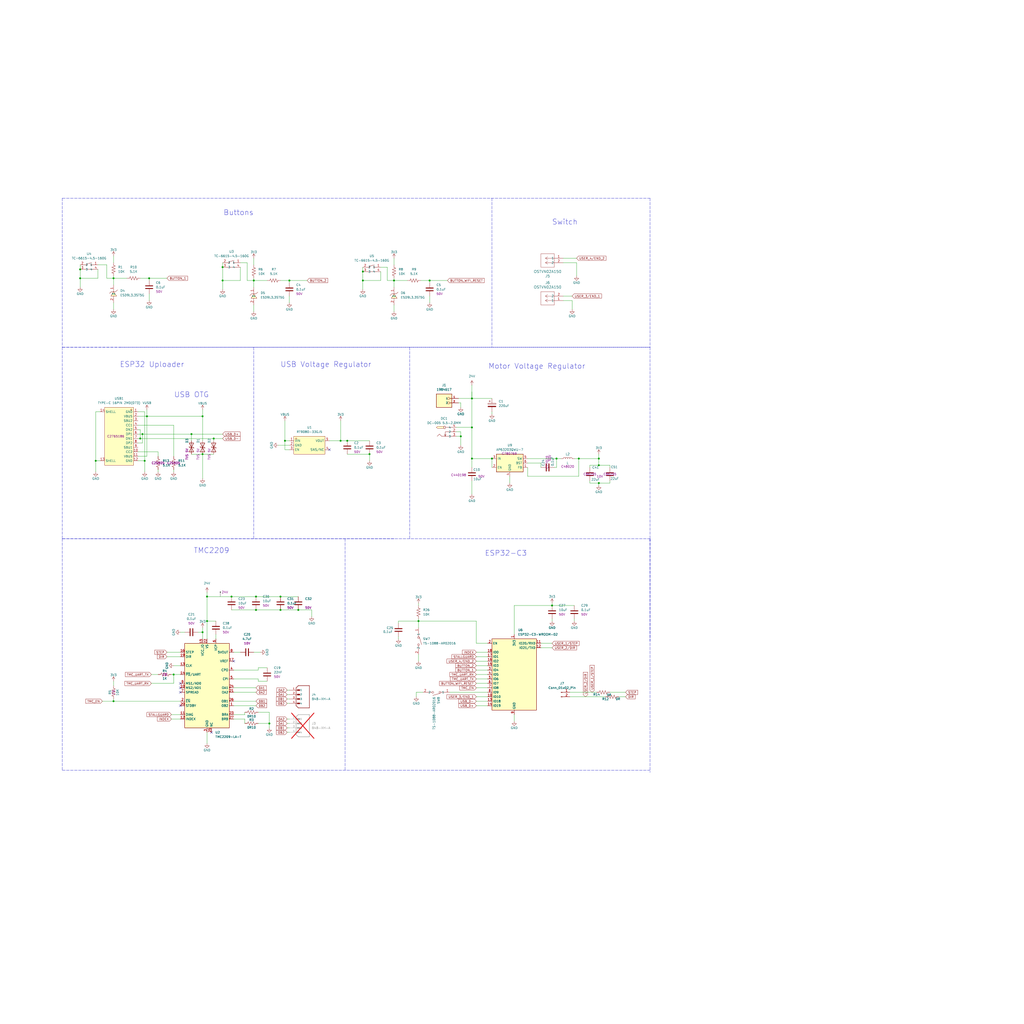
<source format=kicad_sch>
(kicad_sch (version 20250114) (generator "eeschema") (generator_version "9.0")
  (paper "User" 584.2 584.2)
  (text "Motor Voltage Regulator\n" (at 278.638 210.82 0) (effects (font (size 3 3)) (justify left bottom)))
  (text "ESP32-C3" (at 276.606 317.5 0) (effects (font (size 3 3)) (justify left bottom)))
  (text "Buttons" (at 127.508 123.19 0) (effects (font (size 3 3)) (justify left bottom)))
  (text "TMC2209" (at 110.49 315.976 0) (effects (font (size 3 3)) (justify left bottom)))
  (text "ESP32 Uploader" (at 68.326 209.804 0) (effects (font (size 3 3)) (justify left bottom)))
  (text "Switch" (at 314.96 128.524 0) (effects (font (size 3 3)) (justify left bottom)))
  (text "USB Voltage Regulator\n" (at 160.02 209.804 0) (effects (font (size 3 3)) (justify left bottom)))
  (text "USB OTG" (at 99.314 227.076 0) (effects (font (size 3 3)) (justify left bottom)))
  (junction (at 238.76 354.33))
  (junction (at 115.57 237.49))
  (junction (at 118.11 340.36))
  (junction (at 210.82 259.08))
  (junction (at 245.11 160.02))
  (junction (at 115.57 360.68))
  (junction (at 82.55 262.89))
  (junction (at 341.63 275.59))
  (junction (at 341.63 261.62))
  (junction (at 207.01 160.02))
  (junction (at 54.61 262.89))
  (junction (at 118.11 354.33))
  (junction (at 194.31 251.46))
  (junction (at 280.67 261.62))
  (junction (at 85.09 158.75))
  (junction (at 127 160.02))
  (junction (at 330.2 261.62))
  (junction (at 83.82 237.49))
  (junction (at 269.24 227.33))
  (junction (at 162.56 251.46))
  (junction (at 314.96 345.44))
  (junction (at 170.18 347.98))
  (junction (at 115.57 259.08))
  (junction (at 165.1 160.02))
  (junction (at 146.05 347.98))
  (junction (at 317.5 261.62))
  (junction (at 269.24 243.84))
  (junction (at 341.63 265.43))
  (junction (at 262.89 248.92))
  (junction (at 127 152.4))
  (junction (at 160.02 340.36))
  (junction (at 207.01 154.94))
  (junction (at 64.77 400.05))
  (junction (at 132.08 340.36))
  (junction (at 80.01 250.19))
  (junction (at 45.72 158.75))
  (junction (at 45.72 153.67))
  (junction (at 146.05 340.36))
  (junction (at 224.79 160.02))
  (junction (at 109.22 247.65))
  (junction (at 144.78 160.02))
  (junction (at 81.28 247.65))
  (junction (at 121.92 250.19))
  (junction (at 64.77 158.75))
  (junction (at 160.02 347.98))
  (junction (at 99.06 384.81))
  (junction (at 269.24 261.62))
  (junction (at 153.67 412.75))
  (junction (at 198.12 251.46))
  (no_connect (at 102.87 389.89))
  (no_connect (at 102.87 392.43))
  (no_connect (at 187.96 256.54))
  (no_connect (at 102.87 394.97))
  (no_connect (at 102.87 402.59))
  (no_connect (at 120.65 417.83))
  (no_connect (at 133.35 377.19))
  (wire (pts (xy 64.77 158.75) (xy 72.39 158.75)))
  (wire (pts (xy 314.96 345.44) (xy 314.96 344.17)))
  (wire (pts (xy 326.39 171.45) (xy 326.39 176.53)))
  (wire (pts (xy 262.89 248.92) (xy 262.89 254)))
  (wire (pts (xy 113.03 360.68) (xy 115.57 360.68)))
  (wire (pts (xy 269.24 243.84) (xy 269.24 261.62)) (stroke (width 0.1524)))
  (wire (pts (xy 198.12 251.46) (xy 210.82 251.46)))
  (wire (pts (xy 133.35 407.67) (xy 139.7 407.67)))
  (wire (pts (xy 261.62 229.87) (xy 262.89 229.87)))
  (wire (pts (xy 271.78 392.43) (xy 278.13 392.43)))
  (wire (pts (xy 60.96 158.75) (xy 64.77 158.75)))
  (wire (pts (xy 99.06 242.57) (xy 99.06 260.35)))
  (wire (pts (xy 271.78 389.89) (xy 278.13 389.89)))
  (polyline (pts (xy 144.78 198.12) (xy 144.78 307.34)) (stroke (width 0) (type dash)))
  (wire (pts (xy 132.08 340.36) (xy 146.05 340.36)))
  (polyline (pts (xy 233.68 198.12) (xy 233.68 307.34)) (stroke (width 0) (type dash)))
  (wire (pts (xy 293.37 345.44) (xy 314.96 345.44)))
  (wire (pts (xy 97.79 407.67) (xy 102.87 407.67)))
  (wire (pts (xy 64.77 400.05) (xy 102.87 400.05)))
  (wire (pts (xy 220.98 160.02) (xy 224.79 160.02)))
  (wire (pts (xy 115.57 360.68) (xy 115.57 364.49)))
  (wire (pts (xy 133.35 402.59) (xy 146.05 402.59)))
  (wire (pts (xy 118.11 354.33) (xy 118.11 364.49)))
  (wire (pts (xy 269.24 274.32) (xy 269.24 281.94)) (stroke (width 0.1524)))
  (wire (pts (xy 86.36 384.81) (xy 90.17 384.81)))
  (wire (pts (xy 83.82 237.49) (xy 115.57 237.49)) (stroke (width 0.1524)))
  (wire (pts (xy 325.12 397.51) (xy 345.44 397.51)))
  (wire (pts (xy 269.24 219.71) (xy 269.24 227.33)) (stroke (width 0.1524)))
  (wire (pts (xy 308.61 367.03) (xy 314.96 367.03)))
  (wire (pts (xy 64.77 172.72) (xy 64.77 176.53)))
  (wire (pts (xy 121.92 250.19) (xy 121.92 251.46)))
  (polyline (pts (xy 370.84 308.61) (xy 370.84 308.61)) (stroke (width 0) (type dash)))
  (wire (pts (xy 127 165.1) (xy 127 160.02)))
  (wire (pts (xy 115.57 233.68) (xy 115.57 237.49)) (stroke (width 0.1524)))
  (wire (pts (xy 147.32 388.62) (xy 147.32 387.35)))
  (wire (pts (xy 170.18 347.98) (xy 177.8 347.98)))
  (wire (pts (xy 139.7 410.21) (xy 139.7 412.75)))
  (polyline (pts (xy 35.56 198.12) (xy 35.56 307.34)) (stroke (width 0) (type dash)))
  (wire (pts (xy 165.1 251.46) (xy 162.56 251.46)))
  (wire (pts (xy 95.25 374.65) (xy 102.87 374.65)))
  (wire (pts (xy 83.82 233.68) (xy 83.82 237.49)) (stroke (width 0.1524)))
  (wire (pts (xy 245.11 160.02) (xy 245.11 161.29)))
  (wire (pts (xy 293.37 407.67) (xy 293.37 411.48)))
  (wire (pts (xy 187.96 251.46) (xy 194.31 251.46)))
  (wire (pts (xy 341.63 275.59) (xy 347.98 275.59)) (stroke (width 0.1524)))
  (wire (pts (xy 269.24 227.33) (xy 280.67 227.33)))
  (wire (pts (xy 54.61 234.95) (xy 54.61 262.89)))
  (wire (pts (xy 238.76 354.33) (xy 238.76 353.06)))
  (polyline (pts (xy 370.84 307.34) (xy 370.84 365.76)) (stroke (width 0) (type dash)))
  (wire (pts (xy 260.35 243.84) (xy 269.24 243.84)))
  (wire (pts (xy 224.79 163.83) (xy 224.79 160.02)))
  (wire (pts (xy 269.24 227.33) (xy 269.24 243.84)) (stroke (width 0.1524)))
  (wire (pts (xy 123.19 361.95) (xy 123.19 364.49)))
  (wire (pts (xy 109.22 247.65) (xy 127 247.65)))
  (wire (pts (xy 314.96 354.33) (xy 314.96 353.06)))
  (wire (pts (xy 163.83 412.75) (xy 165.1 412.75)))
  (wire (pts (xy 133.35 382.27) (xy 147.32 382.27)))
  (wire (pts (xy 162.56 256.54) (xy 165.1 256.54)))
  (wire (pts (xy 341.63 261.62) (xy 341.63 265.43)) (stroke (width 0.1524)))
  (wire (pts (xy 317.5 266.7) (xy 317.5 261.62)))
  (wire (pts (xy 82.55 262.89) (xy 78.74 262.89)))
  (wire (pts (xy 78.74 260.35) (xy 83.82 260.35)) (stroke (width 0.1524)))
  (wire (pts (xy 118.11 340.36) (xy 118.11 354.33)))
  (wire (pts (xy 147.32 412.75) (xy 153.67 412.75)))
  (wire (pts (xy 160.02 340.36) (xy 170.18 340.36)))
  (wire (pts (xy 137.16 149.86) (xy 140.97 149.86)))
  (wire (pts (xy 54.61 262.89) (xy 54.61 269.24)))
  (wire (pts (xy 133.35 410.21) (xy 139.7 410.21)))
  (wire (pts (xy 269.24 227.33) (xy 269.24 223.52)))
  (wire (pts (xy 163.83 401.32) (xy 165.1 401.32)))
  (wire (pts (xy 308.61 369.57) (xy 314.96 369.57)))
  (wire (pts (xy 271.78 387.35) (xy 278.13 387.35)))
  (wire (pts (xy 207.01 152.4) (xy 207.01 154.94)))
  (wire (pts (xy 86.36 389.89) (xy 99.06 389.89)))
  (wire (pts (xy 127 149.86) (xy 127 152.4)))
  (wire (pts (xy 118.11 340.36) (xy 132.08 340.36)))
  (wire (pts (xy 163.83 398.78) (xy 165.1 398.78)))
  (wire (pts (xy 81.28 247.65) (xy 109.22 247.65)))
  (wire (pts (xy 336.55 275.59) (xy 336.55 274.32)) (stroke (width 0.1524)))
  (wire (pts (xy 163.83 417.83) (xy 165.1 417.83)))
  (wire (pts (xy 227.33 354.33) (xy 238.76 354.33)))
  (wire (pts (xy 60.96 151.13) (xy 60.96 158.75)))
  (wire (pts (xy 256.54 394.97) (xy 278.13 394.97)))
  (wire (pts (xy 78.74 245.11) (xy 80.01 245.11)))
  (wire (pts (xy 85.09 158.75) (xy 95.25 158.75)))
  (wire (pts (xy 115.57 259.08) (xy 121.92 259.08)))
  (wire (pts (xy 64.77 388.62) (xy 64.77 391.16)))
  (wire (pts (xy 237.49 397.51) (xy 237.49 394.97)))
  (wire (pts (xy 238.76 354.33) (xy 238.76 358.14)))
  (polyline (pts (xy 35.56 439.42) (xy 370.84 439.42)) (stroke (width 0) (type dash)))
  (wire (pts (xy 144.78 372.11) (xy 148.59 372.11)))
  (wire (pts (xy 271.78 372.11) (xy 278.13 372.11)))
  (wire (pts (xy 165.1 160.02) (xy 165.1 161.29)))
  (wire (pts (xy 144.78 147.32) (xy 144.78 151.13)))
  (wire (pts (xy 194.31 240.03) (xy 194.31 251.46)))
  (wire (pts (xy 115.57 237.49) (xy 115.57 251.46)) (stroke (width 0.1524)))
  (wire (pts (xy 237.49 394.97) (xy 241.3 394.97)))
  (wire (pts (xy 118.11 354.33) (xy 123.19 354.33)))
  (wire (pts (xy 261.62 227.33) (xy 269.24 227.33)))
  (wire (pts (xy 300.99 261.62) (xy 317.5 261.62)))
  (wire (pts (xy 118.11 417.83) (xy 118.11 424.18)))
  (polyline (pts (xy 280.67 113.03) (xy 280.67 198.12)) (stroke (width 0) (type dash)))
  (wire (pts (xy 308.61 266.7) (xy 308.61 264.16)))
  (wire (pts (xy 224.79 160.02) (xy 224.79 158.75)))
  (wire (pts (xy 271.78 367.03) (xy 278.13 367.03)))
  (wire (pts (xy 80.01 158.75) (xy 85.09 158.75)))
  (wire (pts (xy 78.74 234.95) (xy 82.55 234.95)))
  (wire (pts (xy 198.12 259.08) (xy 210.82 259.08)))
  (wire (pts (xy 57.15 262.89) (xy 54.61 262.89)))
  (wire (pts (xy 144.78 173.99) (xy 144.78 177.8)))
  (wire (pts (xy 163.83 393.7) (xy 165.1 393.7)))
  (wire (pts (xy 137.16 152.4) (xy 137.16 160.02)))
  (polyline (pts (xy 35.56 198.12) (xy 68.58 198.12)) (stroke (width 0) (type dash)))
  (wire (pts (xy 316.23 266.7) (xy 317.5 266.7)))
  (wire (pts (xy 269.24 261.62) (xy 269.24 266.7)) (stroke (width 0.1524)))
  (wire (pts (xy 325.12 394.97) (xy 340.36 394.97)))
  (wire (pts (xy 146.05 347.98) (xy 160.02 347.98)))
  (wire (pts (xy 260.35 246.38) (xy 262.89 246.38)))
  (wire (pts (xy 78.74 252.73) (xy 81.28 252.73)))
  (wire (pts (xy 146.05 340.36) (xy 160.02 340.36)))
  (wire (pts (xy 64.77 146.05) (xy 64.77 149.86)))
  (wire (pts (xy 55.88 153.67) (xy 55.88 158.75)))
  (wire (pts (xy 336.55 265.43) (xy 341.63 265.43)) (stroke (width 0.1524)))
  (wire (pts (xy 144.78 160.02) (xy 152.4 160.02)))
  (wire (pts (xy 64.77 398.78) (xy 64.77 400.05)))
  (wire (pts (xy 127 160.02) (xy 137.16 160.02)))
  (wire (pts (xy 163.83 396.24) (xy 165.1 396.24)))
  (wire (pts (xy 271.78 400.05) (xy 278.13 400.05)))
  (wire (pts (xy 115.57 259.08) (xy 115.57 273.05)))
  (wire (pts (xy 341.63 275.59) (xy 336.55 275.59)) (stroke (width 0.1524)))
  (wire (pts (xy 347.98 265.43) (xy 347.98 266.7)) (stroke (width 0.1524)))
  (polyline (pts (xy 370.84 307.34) (xy 370.84 440.69)) (stroke (width 0) (type dash)))
  (wire (pts (xy 308.61 264.16) (xy 300.99 264.16)))
  (wire (pts (xy 271.78 397.51) (xy 278.13 397.51)))
  (wire (pts (xy 82.55 234.95) (xy 82.55 262.89)))
  (wire (pts (xy 245.11 168.91) (xy 245.11 172.72)))
  (wire (pts (xy 238.76 344.17) (xy 238.76 345.44)))
  (wire (pts (xy 341.63 259.08) (xy 341.63 261.62)) (stroke (width 0.1524)))
  (wire (pts (xy 58.42 400.05) (xy 64.77 400.05)))
  (wire (pts (xy 300.99 266.7) (xy 300.99 271.78)))
  (wire (pts (xy 162.56 251.46) (xy 162.56 256.54)))
  (wire (pts (xy 271.78 382.27) (xy 278.13 382.27)))
  (wire (pts (xy 109.22 247.65) (xy 109.22 251.46)))
  (wire (pts (xy 238.76 377.19) (xy 238.76 373.38)))
  (wire (pts (xy 207.01 154.94) (xy 207.01 160.02)))
  (wire (pts (xy 85.09 158.75) (xy 85.09 160.02)))
  (wire (pts (xy 102.87 360.68) (xy 105.41 360.68)))
  (wire (pts (xy 95.25 372.11) (xy 102.87 372.11)))
  (wire (pts (xy 210.82 259.08) (xy 210.82 262.89)))
  (wire (pts (xy 290.83 271.78) (xy 290.83 275.59)))
  (wire (pts (xy 82.55 262.89) (xy 82.55 269.24)))
  (wire (pts (xy 280.67 234.95) (xy 280.67 236.22)))
  (wire (pts (xy 140.97 160.02) (xy 144.78 160.02)))
  (polyline (pts (xy 35.56 113.03) (xy 370.84 113.03)) (stroke (width 0) (type dash)))
  (wire (pts (xy 269.24 261.62) (xy 280.67 261.62)) (stroke (width 0.1524)))
  (wire (pts (xy 330.2 261.62) (xy 341.63 261.62)))
  (wire (pts (xy 271.78 354.33) (xy 271.78 367.03)))
  (wire (pts (xy 336.55 265.43) (xy 336.55 266.7)) (stroke (width 0.1524)))
  (wire (pts (xy 328.93 149.86) (xy 328.93 157.48)))
  (wire (pts (xy 45.72 151.13) (xy 45.72 153.67)))
  (wire (pts (xy 224.79 173.99) (xy 224.79 177.8)))
  (wire (pts (xy 85.09 167.64) (xy 85.09 171.45)))
  (wire (pts (xy 80.01 250.19) (xy 78.74 250.19)))
  (wire (pts (xy 97.79 410.21) (xy 102.87 410.21)))
  (wire (pts (xy 132.08 347.98) (xy 146.05 347.98)))
  (wire (pts (xy 314.96 345.44) (xy 327.66 345.44)))
  (wire (pts (xy 260.35 248.92) (xy 262.89 248.92)))
  (wire (pts (xy 133.35 392.43) (xy 146.05 392.43)))
  (wire (pts (xy 353.06 397.51) (xy 356.87 397.51)))
  (wire (pts (xy 78.74 257.81) (xy 90.17 257.81)))
  (wire (pts (xy 245.11 160.02) (xy 255.27 160.02)))
  (polyline (pts (xy 35.56 198.12) (xy 370.84 198.12)) (stroke (width 0) (type dash)))
  (wire (pts (xy 271.78 377.19) (xy 278.13 377.19)))
  (wire (pts (xy 341.63 265.43) (xy 347.98 265.43)) (stroke (width 0.1524)))
  (wire (pts (xy 347.98 275.59) (xy 347.98 274.32)) (stroke (width 0.1524)))
  (wire (pts (xy 109.22 259.08) (xy 115.57 259.08)))
  (wire (pts (xy 133.35 372.11) (xy 137.16 372.11)))
  (wire (pts (xy 90.17 257.81) (xy 90.17 260.35)))
  (wire (pts (xy 300.99 271.78) (xy 330.2 271.78)))
  (wire (pts (xy 262.89 246.38) (xy 262.89 248.92)))
  (wire (pts (xy 121.92 250.19) (xy 127 250.19)))
  (wire (pts (xy 327.66 354.33) (xy 327.66 353.06)))
  (wire (pts (xy 217.17 152.4) (xy 220.98 152.4)))
  (wire (pts (xy 147.32 406.4) (xy 153.67 406.4)))
  (wire (pts (xy 140.97 149.86) (xy 140.97 160.02)))
  (wire (pts (xy 97.79 384.81) (xy 99.06 384.81)))
  (wire (pts (xy 238.76 354.33) (xy 271.78 354.33)))
  (wire (pts (xy 153.67 412.75) (xy 153.67 415.29)))
  (polyline (pts (xy 370.84 198.12) (xy 370.84 198.12)) (stroke (width 0) (type dash)))
  (wire (pts (xy 144.78 163.83) (xy 144.78 160.02)))
  (wire (pts (xy 220.98 152.4) (xy 220.98 160.02)))
  (wire (pts (xy 45.72 158.75) (xy 55.88 158.75)))
  (wire (pts (xy 330.2 271.78) (xy 330.2 261.62)))
  (wire (pts (xy 55.88 151.13) (xy 60.96 151.13)))
  (wire (pts (xy 80.01 250.19) (xy 80.01 245.11)))
  (wire (pts (xy 133.35 394.97) (xy 146.05 394.97)))
  (wire (pts (xy 271.78 379.73) (xy 278.13 379.73)))
  (wire (pts (xy 271.78 374.65) (xy 278.13 374.65)))
  (wire (pts (xy 99.06 384.81) (xy 99.06 389.89)))
  (wire (pts (xy 99.06 269.24) (xy 99.06 267.97)))
  (polyline (pts (xy 196.85 307.34) (xy 196.85 439.42)) (stroke (width 0) (type dash)))
  (wire (pts (xy 144.78 160.02) (xy 144.78 158.75)))
  (wire (pts (xy 163.83 410.21) (xy 165.1 410.21)))
  (wire (pts (xy 194.31 251.46) (xy 198.12 251.46)))
  (wire (pts (xy 133.35 400.05) (xy 146.05 400.05)))
  (wire (pts (xy 78.74 237.49) (xy 83.82 237.49)) (stroke (width 0.1524)))
  (wire (pts (xy 115.57 358.14) (xy 115.57 360.68)))
  (wire (pts (xy 321.31 147.32) (xy 328.93 147.32)))
  (wire (pts (xy 153.67 406.4) (xy 153.67 412.75)))
  (wire (pts (xy 163.83 415.29) (xy 165.1 415.29)))
  (wire (pts (xy 147.32 381) (xy 152.4 381)))
  (wire (pts (xy 127 152.4) (xy 127 160.02)))
  (wire (pts (xy 99.06 384.81) (xy 102.87 384.81)))
  (wire (pts (xy 165.1 160.02) (xy 175.26 160.02)))
  (wire (pts (xy 240.03 160.02) (xy 245.11 160.02)))
  (wire (pts (xy 227.33 363.22) (xy 227.33 364.49)))
  (wire (pts (xy 293.37 345.44) (xy 293.37 361.95)))
  (polyline (pts (xy 68.58 198.12) (xy 370.84 198.12)) (stroke (width 0) (type dash)))
  (wire (pts (xy 45.72 163.83) (xy 45.72 158.75)))
  (wire (pts (xy 64.77 162.56) (xy 64.77 158.75)))
  (wire (pts (xy 102.87 379.73) (xy 99.06 379.73)))
  (polyline (pts (xy 35.56 113.03) (xy 35.56 198.12)) (stroke (width 0) (type dash)))
  (wire (pts (xy 341.63 275.59) (xy 341.63 276.86)) (stroke (width 0.1524)))
  (wire (pts (xy 147.32 382.27) (xy 147.32 381)))
  (wire (pts (xy 147.32 388.62) (xy 152.4 388.62)))
  (wire (pts (xy 160.02 347.98) (xy 170.18 347.98)))
  (wire (pts (xy 54.61 234.95) (xy 57.15 234.95)))
  (wire (pts (xy 327.66 261.62) (xy 330.2 261.62)))
  (wire (pts (xy 158.75 254) (xy 165.1 254)))
  (wire (pts (xy 217.17 154.94) (xy 217.17 160.02)))
  (wire (pts (xy 133.35 387.35) (xy 147.32 387.35)))
  (wire (pts (xy 139.7 407.67) (xy 139.7 406.4)))
  (wire (pts (xy 271.78 384.81) (xy 278.13 384.81)))
  (wire (pts (xy 207.01 160.02) (xy 217.17 160.02)))
  (polyline (pts (xy 370.84 198.12) (xy 370.84 308.61)) (stroke (width 0) (type dash)))
  (wire (pts (xy 317.5 261.62) (xy 320.04 261.62)))
  (wire (pts (xy 177.8 347.98) (xy 177.8 351.79)))
  (wire (pts (xy 64.77 158.75) (xy 64.77 157.48)))
  (wire (pts (xy 271.78 402.59) (xy 278.13 402.59)))
  (polyline (pts (xy 224.79 307.34) (xy 35.56 307.34)) (stroke (width 0) (type dash)))
  (wire (pts (xy 224.79 160.02) (xy 232.41 160.02)))
  (wire (pts (xy 280.67 261.62) (xy 280.67 266.7)))
  (wire (pts (xy 80.01 250.19) (xy 121.92 250.19)))
  (wire (pts (xy 81.28 247.65) (xy 81.28 252.73)))
  (polyline (pts (xy 35.56 307.34) (xy 35.56 439.42)) (stroke (width 0) (type dash)))
  (wire (pts (xy 118.11 337.82) (xy 118.11 340.36)))
  (wire (pts (xy 90.17 269.24) (xy 90.17 267.97)))
  (wire (pts (xy 162.56 240.03) (xy 162.56 251.46)))
  (wire (pts (xy 224.79 147.32) (xy 224.79 151.13)))
  (wire (pts (xy 321.31 171.45) (xy 326.39 171.45)))
  (polyline (pts (xy 370.84 113.03) (xy 370.84 198.12)) (stroke (width 0) (type dash)))
  (wire (pts (xy 99.06 242.57) (xy 78.74 242.57)))
  (wire (pts (xy 227.33 354.33) (xy 227.33 355.6)))
  (wire (pts (xy 83.82 260.35) (xy 83.82 237.49)) (stroke (width 0.1524)))
  (wire (pts (xy 207.01 165.1) (xy 207.01 160.02)))
  (wire (pts (xy 347.98 394.97) (xy 356.87 394.97)))
  (wire (pts (xy 262.89 229.87) (xy 262.89 232.41)))
  (wire (pts (xy 321.31 149.86) (xy 328.93 149.86)))
  (wire (pts (xy 78.74 247.65) (xy 81.28 247.65)))
  (wire (pts (xy 45.72 153.67) (xy 45.72 158.75)))
  (wire (pts (xy 160.02 160.02) (xy 165.1 160.02)))
  (wire (pts (xy 165.1 168.91) (xy 165.1 172.72)))
  (polyline (pts (xy 35.56 307.34) (xy 370.84 307.34)) (stroke (width 0) (type dash)))
  (wire (pts (xy 321.31 168.91) (xy 326.39 168.91)))
  (global_label "0B1" (shape input) (at 163.83 398.78 180) (property "Intersheetrefs" "${INTERSHEET_REFS}" (effects (hide yes))))
  (global_label "0A1" (shape input) (at 163.83 412.75 180) (property "Intersheetrefs" "${INTERSHEET_REFS}" (effects (hide yes))))
  (global_label "BUTTON_WIFI_RESET" (shape input) (at 271.78 389.89 180) (property "Intersheetrefs" "${INTERSHEET_REFS}" (effects (hide yes))))
  (global_label "0A1" (shape input) (at 146.05 392.43 0) (property "Intersheetrefs" "${INTERSHEET_REFS}" (effects (hide yes))))
  (global_label "USER_2{slash}DIR" (shape input) (at 334.01 397.51 90) (property "Intersheetrefs" "${INTERSHEET_REFS}" (effects (hide yes))))
  (global_label "DIR" (shape input) (at 356.87 397.51 0) (property "Intersheetrefs" "${INTERSHEET_REFS}" (effects (hide yes))))
  (global_label "STALLGUARD" (shape input) (at 271.78 374.65 180) (property "Intersheetrefs" "${INTERSHEET_REFS}" (effects (hide yes))))
  (global_label "STALLGUARD" (shape input) (at 97.79 407.67 180) (property "Intersheetrefs" "${INTERSHEET_REFS}" (effects (hide yes))))
  (global_label "0B1" (shape input) (at 163.83 415.29 180) (property "Intersheetrefs" "${INTERSHEET_REFS}" (effects (hide yes))))
  (global_label "0B1" (shape input) (at 146.05 400.05 0) (property "Intersheetrefs" "${INTERSHEET_REFS}" (effects (hide yes))))
  (global_label "INDEX" (shape input) (at 97.79 410.21 180) (property "Intersheetrefs" "${INTERSHEET_REFS}" (effects (hide yes))))
  (global_label "STEP" (shape input) (at 95.25 372.11 180) (property "Intersheetrefs" "${INTERSHEET_REFS}" (effects (hide yes))))
  (global_label "0B2" (shape input) (at 163.83 401.32 180) (property "Intersheetrefs" "${INTERSHEET_REFS}" (effects (hide yes))))
  (global_label "INDEX" (shape input) (at 271.78 372.11 180) (property "Intersheetrefs" "${INTERSHEET_REFS}" (effects (hide yes))))
  (global_label "STEP" (shape input) (at 356.87 394.97 0) (property "Intersheetrefs" "${INTERSHEET_REFS}" (effects (hide yes))))
  (global_label "USER_3{slash}END_1" (shape input) (at 326.39 168.91 0) (property "Intersheetrefs" "${INTERSHEET_REFS}" (effects (hide yes))))
  (global_label "USER_2{slash}DIR" (shape input) (at 314.96 369.57 0) (property "Intersheetrefs" "${INTERSHEET_REFS}" (effects (hide yes))))
  (global_label "0A2" (shape input) (at 146.05 394.97 0) (property "Intersheetrefs" "${INTERSHEET_REFS}" (effects (hide yes))))
  (global_label "TMC_EN" (shape input) (at 58.42 400.05 180) (property "Intersheetrefs" "${INTERSHEET_REFS}" (effects (hide yes))))
  (global_label "0B2" (shape input) (at 163.83 417.83 180) (property "Intersheetrefs" "${INTERSHEET_REFS}" (effects (hide yes))))
  (global_label "USB_D+" (shape input) (at 271.78 402.59 180) (property "Intersheetrefs" "${INTERSHEET_REFS}" (effects (hide yes))))
  (global_label "USER_4{slash}END_2" (shape input) (at 328.93 147.32 0) (property "Intersheetrefs" "${INTERSHEET_REFS}" (effects (hide yes))))
  (global_label "BUTTON_1" (shape input) (at 95.25 158.75 0) (property "Intersheetrefs" "${INTERSHEET_REFS}" (effects (hide yes))))
  (global_label "0A2" (shape input) (at 163.83 410.21 180) (property "Intersheetrefs" "${INTERSHEET_REFS}" (effects (hide yes))))
  (global_label "TMC_UART_RX" (shape input) (at 86.36 389.89 180) (property "Intersheetrefs" "${INTERSHEET_REFS}" (effects (hide yes))))
  (global_label "USB_D+" (shape input) (at 127 247.65 0) (property "Intersheetrefs" "${INTERSHEET_REFS}" (effects (hide yes))))
  (global_label "BUTTON_1" (shape input) (at 271.78 382.27 180) (property "Intersheetrefs" "${INTERSHEET_REFS}" (effects (hide yes))))
  (global_label "TMC_UART_TX" (shape input) (at 271.78 387.35 180) (property "Intersheetrefs" "${INTERSHEET_REFS}" (effects (hide yes))))
  (global_label "0A2" (shape input) (at 163.83 393.7 180) (property "Intersheetrefs" "${INTERSHEET_REFS}" (effects (hide yes))))
  (global_label "BUTTON_2" (shape input) (at 175.26 160.02 0) (property "Intersheetrefs" "${INTERSHEET_REFS}" (effects (hide yes))))
  (global_label "USB_D-" (shape input) (at 271.78 400.05 180) (property "Intersheetrefs" "${INTERSHEET_REFS}" (effects (hide yes))))
  (global_label "BUTTON_2" (shape input) (at 271.78 379.73 180) (property "Intersheetrefs" "${INTERSHEET_REFS}" (effects (hide yes))))
  (global_label "0A1" (shape input) (at 163.83 396.24 180) (property "Intersheetrefs" "${INTERSHEET_REFS}" (effects (hide yes))))
  (global_label "USER_4{slash}END_2" (shape input) (at 271.78 377.19 180) (property "Intersheetrefs" "${INTERSHEET_REFS}" (effects (hide yes))))
  (global_label "TMC_UART_RX" (shape input) (at 271.78 384.81 180) (property "Intersheetrefs" "${INTERSHEET_REFS}" (effects (hide yes))))
  (global_label "DIR" (shape input) (at 95.25 374.65 180) (property "Intersheetrefs" "${INTERSHEET_REFS}" (effects (hide yes))))
  (global_label "USB_D-" (shape input) (at 127 250.19 0) (property "Intersheetrefs" "${INTERSHEET_REFS}" (effects (hide yes))))
  (global_label "USER_1{slash}STEP" (shape input) (at 314.96 367.03 0) (property "Intersheetrefs" "${INTERSHEET_REFS}" (effects (hide yes))))
  (global_label "TMC_UART_TX" (shape input) (at 86.36 384.81 180) (property "Intersheetrefs" "${INTERSHEET_REFS}" (effects (hide yes))))
  (global_label "0B2" (shape input) (at 146.05 402.59 0) (property "Intersheetrefs" "${INTERSHEET_REFS}" (effects (hide yes))))
  (global_label "USER_3{slash}END_1" (shape input) (at 271.78 397.51 180) (property "Intersheetrefs" "${INTERSHEET_REFS}" (effects (hide yes))))
  (global_label "TMC_EN" (shape input) (at 271.78 392.43 180) (property "Intersheetrefs" "${INTERSHEET_REFS}" (effects (hide yes))))
  (global_label "USER_1{slash}STEP" (shape input) (at 337.82 394.97 90) (property "Intersheetrefs" "${INTERSHEET_REFS}" (effects (hide yes))))
  (global_label "BUTTON_WIFI_RESET" (shape input) (at 255.27 160.02 0) (property "Intersheetrefs" "${INTERSHEET_REFS}" (effects (hide yes))))
  (netclass_flag "" (length 2.54) (shape dot) (at 125.73 340.36 0) (property "Netclass" "24V" (at 126.4285 337.82 0) (effects (justify left))))
  (symbol (lib_id "SparkFun-Resistor:10k_0402") (at 144.78 154.94 90) (unit 1)
    (property "Reference" "R6" (at 147.32 153.67 90) (effects (justify right)))
    (property "Value" "10K" (at 147.32 156.21 90) (effects (justify right)))
    (property "Footprint" "Resistor_SMD:R_0402_1005Metric" (effects (hide yes)))
    (property "Datasheet" "https://www.vishay.com/docs/20035/dcrcwe3.pdf" (effects (hide yes)))
    (property "Description" "Resistor" (effects (hide yes)))
    (property "PROD_ID" "RES-14241" (effects (hide yes)))
    (property "LCSC" "C25744" (effects (hide yes)))
  )
  (symbol (lib_id "RT9080-18GJ5:RT9080-18GJ5") (at 176.53 254 0) (unit 1)
    (property "Reference" "U1" (at 176.53 243.84 0))
    (property "Value" "RT9080-33GJ5" (at 176.53 246.38 0))
    (property "Footprint" "easyeda2kicad:TSOT-23-5_L2.9-W1.6-P0.95-LS2.8-BL" (effects (hide yes)))
    (property "Datasheet" "https://lcsc.com/product-detail/Low-Dropout-Regulators-LDO_Richtek-Tech-RT9080-18GJ5_C426476.html" (effects (hide yes)))
    (property "LCSC" "C841192" (effects (hide yes)))
  )
  (symbol (lib_id "SparkFun-PowerSymbol:GND") (at 99.06 379.73 270) (unit 1)
    (property "Reference" "#PWR035" (effects (hide yes)))
    (property "Value" "GND" (at 95.25 379.73 0))
    (property "Description" "Power symbol creates a global label with name \"GND\" , ground" (effects (hide yes)))
  )
  (symbol (lib_id "SparkFun-Capacitor:0.1uF_0402_6.3V_10%") (at 198.12 255.27 180) (unit 1)
    (property "Reference" "C2" (at 201.93 252.7299 0) (effects (justify right)))
    (property "Value" "0.1uF" (at 201.93 255.2699 0) (effects (justify right)))
    (property "Footprint" "Capacitor_SMD:C_0402_1005Metric" (effects (hide yes)))
    (property "Datasheet" "https://cdn.sparkfun.com/assets/8/a/4/a/5/Kemet_Capacitor_Datasheet.pdf" (effects (hide yes)))
    (property "Description" "Unpolarized capacitor" (effects (hide yes)))
    (property "PROD_ID" "CAP-14993" (effects (hide yes)))
    (property "Voltage" "50V" (at 201.93 257.8099 0) (effects (justify right)))
    (property "Tolerance" "10%" (effects (hide yes)))
    (property "LCSC" "C77020" (effects (hide yes)))
  )
  (symbol (lib_id "SparkFun-PowerSymbol:3.3V") (at 64.77 146.05 0) (unit 1)
    (property "Reference" "#PWR09" (effects (hide yes)))
    (property "Value" "3V3" (at 64.77 142.494 0))
    (property "Description" "Power symbol creates a global label with name \"3.3V\"" (effects (hide yes)))
  )
  (symbol (lib_id "SparkFun-Capacitor:0.1uF_0402_6.3V_10%") (at 170.18 344.17 180) (unit 1)
    (property "Reference" "C32" (at 173.99 341.6299 0) (effects (justify right)))
    (property "Value" "0.1uF" (effects (hide yes)))
    (property "Footprint" "Capacitor_SMD:C_0402_1005Metric" (effects (hide yes)))
    (property "Datasheet" "https://cdn.sparkfun.com/assets/8/a/4/a/5/Kemet_Capacitor_Datasheet.pdf" (effects (hide yes)))
    (property "Description" "Unpolarized capacitor" (effects (hide yes)))
    (property "PROD_ID" "CAP-14993" (effects (hide yes)))
    (property "Voltage" "50V" (at 173.99 346.7099 0) (effects (justify right)))
    (property "Tolerance" "10%" (effects (hide yes)))
    (property "LCSC" "C77020" (effects (hide yes)))
  )
  (symbol (lib_id "SparkFun-Capacitor:10uF_0402_6.3V_20%") (at 132.08 344.17 0) (unit 1)
    (property "Reference" "C23" (at 135.89 341.6299 0) (effects (justify left)))
    (property "Value" "10uF" (at 135.89 344.1699 0) (effects (justify left)))
    (property "Footprint" "Capacitor_SMD:C_0805_2012Metric" (effects (hide yes)))
    (property "Datasheet" "https://cdn.sparkfun.com/assets/8/a/4/a/5/Kemet_Capacitor_Datasheet.pdf" (effects (hide yes)))
    (property "Description" "Unpolarized capacitor" (effects (hide yes)))
    (property "PROD_ID" "CAP-14848" (effects (hide yes)))
    (property "Voltage" "50V" (at 135.89 346.7099 0) (effects (justify left)))
    (property "Tolerance" "20%" (effects (hide yes)))
    (property "LCSC" "C440198" (effects (hide yes)))
    (property "VMax" "35V" (effects (hide yes)))
  )
  (symbol (lib_id "SparkFun-PowerSymbol:GND") (at 210.82 262.89 0) (unit 1)
    (property "Reference" "#PWR07" (effects (hide yes)))
    (property "Value" "GND" (at 210.82 266.7 0))
    (property "Description" "Power symbol creates a global label with name \"GND\" , ground" (effects (hide yes)))
  )
  (symbol (lib_id "B4B-XH-A:B4B-XH-A") (at 172.72 412.75 0) (unit 1) (in_bom no) (dnp yes)
    (property "Reference" "J3" (at 177.8 412.7499 0) (effects (justify left)))
    (property "Value" "B4B-XH-A" (at 177.8 415.2899 0) (effects (justify left)))
    (property "Footprint" "B4B-XH-A:JST_B4B-XH-A" (effects (hide yes)))
    (property "PARTREV" "7/4/21" (effects (hide yes)))
    (property "STANDARD" "Manufacturer Recommendations" (effects (hide yes)))
    (property "MAXIMUM_PACKAGE_HEIGHT" "7.00 mm" (effects (hide yes)))
    (property "MANUFACTURER" "JST" (effects (hide yes)))
  )
  (symbol (lib_id "B4B-XH-A:B4B-XH-A") (at 172.72 396.24 0) (unit 1)
    (property "Reference" "J4" (at 177.8 396.2399 0) (effects (justify left)))
    (property "Value" "B4B-XH-A" (at 177.8 398.7799 0) (effects (justify left)))
    (property "Footprint" "B4B-XH-A:JST_B4B-XH-A" (effects (hide yes)))
    (property "PARTREV" "7/4/21" (effects (hide yes)))
    (property "STANDARD" "Manufacturer Recommendations" (effects (hide yes)))
    (property "MAXIMUM_PACKAGE_HEIGHT" "7.00 mm" (effects (hide yes)))
    (property "MANUFACTURER" "JST" (effects (hide yes)))
    (property "LCSC" "C144395" (effects (hide yes)))
  )
  (symbol (lib_id "00-kiml-power-protection:SOD-523_BSD5C051L") (at 115.57 255.27 90) (unit 1)
    (property "Reference" "D1" (at 113.03 251.46 0))
    (property "Value" "SOD-523_BSD5C051L" (effects (hide yes)))
    (property "Footprint" "Diode_SMD:D_SOD-523" (effects (hide yes)))
    (property "Datasheet" "https://datasheet.lcsc.com/lcsc/1810161421_BORN-BSD5C051L_C151983.pdf" (effects (hide yes)))
    (property "Description" "3A@8/20us 13V 6V 5V Bi-Directional SOD-523 TVS" (effects (hide yes)))
    (property "UserValue" "TVS 5V" (at 113.03 259.08 0))
    (property "MFR" "BORN" (effects (hide yes)))
    (property "MPN" "BSD5C051L" (effects (hide yes)))
    (property "SPL1" "JLCPCB" (effects (hide yes)))
    (property "LCSC" "C151983" (effects (hide yes)))
    (property "LNK1" "https://jlcpcb.com/partdetail/Born-BSD5C051L/C151983" (effects (hide yes)))
    (property "SNB1" "Extended Part" (effects (hide yes)))
  )
  (symbol (lib_id "SparkFun-Capacitor:0.1uF_0402_6.3V_10%") (at 152.4 384.81 0) (unit 1)
    (property "Reference" "C19" (at 156.21 381 0) (effects (justify left)))
    (property "Value" "22nF" (at 156.21 383.54 0) (effects (justify left)))
    (property "Footprint" "Capacitor_SMD:C_0402_1005Metric" (effects (hide yes)))
    (property "Datasheet" "https://cdn.sparkfun.com/assets/8/a/4/a/5/Kemet_Capacitor_Datasheet.pdf" (effects (hide yes)))
    (property "Description" "Unpolarized capacitor" (effects (hide yes)))
    (property "PROD_ID" "CAP-14993" (effects (hide yes)))
    (property "Voltage" "50V" (at 156.21 386.08 0) (effects (justify left)))
    (property "Tolerance" "10%" (effects (hide yes)))
    (property "LCSC" "C1532" (effects (hide yes)))
  )
  (symbol (lib_id "Device:C_Polarized") (at 280.67 231.14 0) (unit 1)
    (property "Reference" "C1" (at 284.48 228.9809 0) (effects (justify left)))
    (property "Value" "220uF" (at 284.48 231.5209 0) (effects (justify left)))
    (property "Footprint" "UWT1H221MNL1GS:CAP-SMD_BD10.0-L10.3-W10.3-LS11.3-FD" (effects (hide yes)))
    (property "Description" "Polarized capacitor" (effects (hide yes)))
    (property "LCSC" "C98743" (effects (hide yes)))
    (property "Voltage" "50V" (effects (hide yes)))
  )
  (symbol (lib_id "SparkFun-PowerSymbol:GND") (at 102.87 360.68 270) (unit 1)
    (property "Reference" "#PWR040" (effects (hide yes)))
    (property "Value" "GND" (at 99.06 360.68 0))
    (property "Description" "Power symbol creates a global label with name \"GND\" , ground" (effects (hide yes)))
  )
  (symbol (lib_id "SparkFun-PowerSymbol:GND") (at 280.67 236.22 0) (unit 1)
    (property "Reference" "#PWR020" (effects (hide yes)))
    (property "Value" "GND" (at 280.67 240.03 0))
    (property "Description" "Power symbol creates a global label with name \"GND\" , ground" (effects (hide yes)))
  )
  (symbol (lib_id "SparkFun-Resistor:5.1k_0402") (at 93.98 384.81 180) (unit 1)
    (property "Reference" "R4" (at 93.98 382.778 0))
    (property "Value" "1K" (at 93.98 387.096 0))
    (property "Footprint" "Resistor_SMD:R_0402_1005Metric" (effects (hide yes)))
    (property "Datasheet" "https://www.vishay.com/docs/20035/dcrcwe3.pdf" (effects (hide yes)))
    (property "Description" "Resistor" (effects (hide yes)))
    (property "PROD_ID" "RES-14340" (effects (hide yes)))
    (property "LCSC" "C11702" (effects (hide yes)))
    (property "Percent" "1%" (at 93.98 384.81 0))
  )
  (symbol (lib_id "00-kiml-power-protection:SOD-523_BSD5C051L") (at 121.92 255.27 90) (unit 1)
    (property "Reference" "D2" (at 119.38 251.46 0))
    (property "Value" "SOD-523_BSD5C051L" (effects (hide yes)))
    (property "Footprint" "Diode_SMD:D_SOD-523" (effects (hide yes)))
    (property "Datasheet" "https://datasheet.lcsc.com/lcsc/1810161421_BORN-BSD5C051L_C151983.pdf" (effects (hide yes)))
    (property "Description" "3A@8/20us 13V 6V 5V Bi-Directional SOD-523 TVS" (effects (hide yes)))
    (property "UserValue" "TVS 5V" (at 119.38 259.08 0))
    (property "MFR" "BORN" (effects (hide yes)))
    (property "MPN" "BSD5C051L" (effects (hide yes)))
    (property "SPL1" "JLCPCB" (effects (hide yes)))
    (property "LCSC" "C151983" (effects (hide yes)))
    (property "LNK1" "https://jlcpcb.com/partdetail/Born-BSD5C051L/C151983" (effects (hide yes)))
    (property "SNB1" "Extended Part" (effects (hide yes)))
  )
  (symbol (lib_id "SparkFun-Capacitor:22uF_0603_6.3V_20%") (at 347.98 270.51 180) (unit 1)
    (property "Reference" "C51" (at 348.488 266.446 0) (effects (justify right)))
    (property "Value" "22uF" (at 348.234 273.05 0) (effects (justify right)))
    (property "Footprint" "Capacitor_SMD:C_0603_1608Metric" (effects (hide yes)))
    (property "Datasheet" "https://cdn.sparkfun.com/assets/8/a/4/a/5/Kemet_Capacitor_Datasheet.pdf" (effects (hide yes)))
    (property "Description" "Unpolarized capacitor" (effects (hide yes)))
    (property "PROD_ID" "CAP-14464" (effects (hide yes)))
    (property "Voltage" "10V" (effects (hide yes)))
    (property "Tolerance" "20%" (effects (hide yes)))
    (property "LCSC" "C86295" (at 347.98 270.51 0))
  )
  (symbol (lib_id "SparkFun-PowerSymbol:GND") (at 82.55 269.24 0) (unit 1)
    (property "Reference" "#PWR0104" (effects (hide yes)))
    (property "Value" "GND" (at 82.55 273.05 0))
    (property "Description" "Power symbol creates a global label with name \"GND\" , ground" (effects (hide yes)))
  )
  (symbol (lib_id "SparkFun-PowerSymbol:GND") (at 115.57 273.05 0) (unit 1)
    (property "Reference" "#PWR0101" (effects (hide yes)))
    (property "Value" "GND" (at 115.57 276.86 0))
    (property "Description" "Power symbol creates a global label with name \"GND\" , ground" (effects (hide yes)))
  )
  (symbol (lib_id "00-kiml-power-protection:SOD-523_BSD5C051L") (at 109.22 255.27 90) (unit 1)
    (property "Reference" "D3" (at 106.68 251.46 0))
    (property "Value" "SOD-523_BSD5C051L" (effects (hide yes)))
    (property "Footprint" "Diode_SMD:D_SOD-523" (effects (hide yes)))
    (property "Datasheet" "https://datasheet.lcsc.com/lcsc/1810161421_BORN-BSD5C051L_C151983.pdf" (effects (hide yes)))
    (property "Description" "3A@8/20us 13V 6V 5V Bi-Directional SOD-523 TVS" (effects (hide yes)))
    (property "UserValue" "TVS 5V" (at 106.68 259.08 0))
    (property "MFR" "BORN" (effects (hide yes)))
    (property "MPN" "BSD5C051L" (effects (hide yes)))
    (property "SPL1" "JLCPCB" (effects (hide yes)))
    (property "LCSC" "C151983" (effects (hide yes)))
    (property "LNK1" "https://jlcpcb.com/partdetail/Born-BSD5C051L/C151983" (effects (hide yes)))
    (property "SNB1" "Extended Part" (effects (hide yes)))
  )
  (symbol (lib_id "SparkFun-PowerSymbol:GND") (at 293.37 411.48 0) (unit 1)
    (property "Reference" "#PWR023" (effects (hide yes)))
    (property "Value" "GND" (at 293.37 415.29 0))
    (property "Description" "Power symbol creates a global label with name \"GND\" , ground" (effects (hide yes)))
  )
  (symbol (lib_id "SparkFun-PowerSymbol:GND") (at 262.89 232.41 0) (unit 1)
    (property "Reference" "#PWR028" (effects (hide yes)))
    (property "Value" "GND" (at 262.89 236.22 0))
    (property "Description" "Power symbol creates a global label with name \"GND\" , ground" (effects (hide yes)))
  )
  (symbol (lib_id "SparkFun-PowerSymbol:GND") (at 341.63 276.86 0) (unit 1)
    (property "Reference" "#PWR017" (effects (hide yes)))
    (property "Value" "GND" (at 341.63 280.67 0))
    (property "Description" "Power symbol creates a global label with name \"GND\" , ground" (effects (hide yes)))
  )
  (symbol (lib_id "SparkFun-Resistor:10k_0402") (at 236.22 160.02 180) (unit 1)
    (property "Reference" "R9" (at 236.22 153.67 0))
    (property "Value" "5.1K" (at 236.22 156.21 0))
    (property "Footprint" "Resistor_SMD:R_0402_1005Metric" (effects (hide yes)))
    (property "Datasheet" "https://www.vishay.com/docs/20035/dcrcwe3.pdf" (effects (hide yes)))
    (property "Description" "Resistor" (effects (hide yes)))
    (property "PROD_ID" "RES-14241" (effects (hide yes)))
    (property "LCSC" "C25905" (effects (hide yes)))
  )
  (symbol (lib_id "Connector:Conn_01x02_Pin") (at 320.04 394.97 0) (unit 1)
    (property "Reference" "J7" (at 320.675 389.89 0))
    (property "Value" "Conn_01x02_Pin" (at 320.675 392.43 0))
    (property "Footprint" "Connector_PinHeader_2.54mm:PinHeader_1x02_P2.54mm_Vertical" (effects (hide yes)))
    (property "Description" "Generic connector, single row, 01x02, script generated" (effects (hide yes)))
  )
  (symbol (lib_id "SparkFun-Capacitor:0.1uF_0402_6.3V_10%") (at 123.19 358.14 180) (unit 1)
    (property "Reference" "C38" (at 127 355.5999 0) (effects (justify right)))
    (property "Value" "0.1uF" (at 127 358.1399 0) (effects (justify right)))
    (property "Footprint" "Capacitor_SMD:C_0402_1005Metric" (effects (hide yes)))
    (property "Datasheet" "https://cdn.sparkfun.com/assets/8/a/4/a/5/Kemet_Capacitor_Datasheet.pdf" (effects (hide yes)))
    (property "Description" "Unpolarized capacitor" (effects (hide yes)))
    (property "PROD_ID" "CAP-14993" (effects (hide yes)))
    (property "Voltage" "50V" (at 127 360.6799 0) (effects (justify right)))
    (property "Tolerance" "10%" (effects (hide yes)))
    (property "LCSC" "C77020" (effects (hide yes)))
  )
  (symbol (lib_id "SparkFun-Resistor:10k_0402") (at 349.25 397.51 180) (unit 1)
    (property "Reference" "R12" (at 345.44 398.78 0))
    (property "Value" "0R" (at 352.552 398.78 0))
    (property "Footprint" "Resistor_SMD:R_0603_1608Metric" (effects (hide yes)))
    (property "Datasheet" "https://www.vishay.com/docs/20035/dcrcwe3.pdf" (effects (hide yes)))
    (property "Description" "Resistor" (effects (hide yes)))
    (property "PROD_ID" "RES-14241" (effects (hide yes)))
    (property "LCSC" "C21189" (effects (hide yes)))
  )
  (symbol (lib_id "SparkFun-PowerSymbol:GND") (at 118.11 424.18 0) (unit 1)
    (property "Reference" "#PWR031" (effects (hide yes)))
    (property "Value" "GND" (at 118.11 427.99 0))
    (property "Description" "Power symbol creates a global label with name \"GND\" , ground" (effects (hide yes)))
  )
  (symbol (lib_id "SparkFun-PowerSymbol:GND") (at 224.79 177.8 0) (unit 1)
    (property "Reference" "#PWR026" (effects (hide yes)))
    (property "Value" "GND" (at 224.79 181.61 0))
    (property "Description" "Power symbol creates a global label with name \"GND\" , ground" (effects (hide yes)))
  )
  (symbol (lib_id "SparkFun-PowerSymbol:3.3V") (at 224.79 147.32 0) (unit 1)
    (property "Reference" "#PWR025" (effects (hide yes)))
    (property "Value" "3V3" (at 224.79 143.764 0))
    (property "Description" "Power symbol creates a global label with name \"3.3V\"" (effects (hide yes)))
  )
  (symbol (lib_id "SparkFun-Resistor:5.1k_0402") (at 143.51 406.4 180) (unit 1)
    (property "Reference" "R2" (at 143.51 404.368 0))
    (property "Value" "0R10" (at 143.51 408.686 0))
    (property "Footprint" "Capacitor_SMD:C_0805_2012Metric" (effects (hide yes)))
    (property "Datasheet" "https://www.vishay.com/docs/20035/dcrcwe3.pdf" (effects (hide yes)))
    (property "Description" "Resistor" (effects (hide yes)))
    (property "PROD_ID" "RES-14340" (effects (hide yes)))
    (property "LCSC" "C2074770" (effects (hide yes)))
  )
  (symbol (lib_id "SparkFun-PowerSymbol:3.3V") (at 64.77 388.62 0) (unit 1)
    (property "Reference" "#PWR037" (effects (hide yes)))
    (property "Value" "3V3" (at 64.77 385.064 0))
    (property "Description" "Power symbol creates a global label with name \"3.3V\"" (effects (hide yes)))
  )
  (symbol (lib_id "SparkFun-Resistor:10k_0402") (at 344.17 394.97 180) (unit 1)
    (property "Reference" "R14" (at 340.36 396.24 0))
    (property "Value" "0R" (at 347.472 396.494 0))
    (property "Footprint" "Capacitor_SMD:C_0603_1608Metric" (effects (hide yes)))
    (property "Datasheet" "https://www.vishay.com/docs/20035/dcrcwe3.pdf" (effects (hide yes)))
    (property "Description" "Resistor" (effects (hide yes)))
    (property "PROD_ID" "RES-14241" (effects (hide yes)))
    (property "LCSC" "C21189" (effects (hide yes)))
  )
  (symbol (lib_id "SparkFun-Resistor:5.1k_0402") (at 99.06 264.16 90) (unit 1)
    (property "Reference" "R11" (at 101.6 262.89 90) (effects (justify right)))
    (property "Value" "5.1K" (at 101.6 265.43 90) (effects (justify right)))
    (property "Footprint" "Resistor_SMD:R_0402_1005Metric" (effects (hide yes)))
    (property "Datasheet" "https://www.vishay.com/docs/20035/dcrcwe3.pdf" (effects (hide yes)))
    (property "Description" "Resistor" (effects (hide yes)))
    (property "PROD_ID" "RES-14340" (effects (hide yes)))
    (property "LCSC" "C25905" (at 99.06 264.16 90))
  )
  (symbol (lib_id "RF_Module:ESP32-C3-WROOM-02") (at 293.37 384.81 0) (unit 1)
    (property "Reference" "U6" (at 295.5133 359.41 0) (effects (justify left)))
    (property "Value" "ESP32-C3-WROOM-02" (at 295.5133 361.95 0) (effects (justify left)))
    (property "Footprint" "RF_Module:ESP32-C3-WROOM-02" (effects (hide yes)))
    (property "Datasheet" "https://www.espressif.com/sites/default/files/documentation/esp32-c3-wroom-02_datasheet_en.pdf" (effects (hide yes)))
    (property "Description" "802.11 b/g/n Wi­Fi and Bluetooth 5 module, ESP32­C3 SoC, RISC­V microprocessor, On-board antenna" (effects (hide yes)))
    (property "LCSC" "C2934560" (effects (hide yes)))
  )
  (symbol (lib_id "SparkFun-Resistor:10k_0402") (at 64.77 153.67 90) (unit 1)
    (property "Reference" "R1" (at 67.31 152.4 90) (effects (justify right)))
    (property "Value" "10K" (at 67.31 154.94 90) (effects (justify right)))
    (property "Footprint" "Resistor_SMD:R_0402_1005Metric" (effects (hide yes)))
    (property "Datasheet" "https://www.vishay.com/docs/20035/dcrcwe3.pdf" (effects (hide yes)))
    (property "Description" "Resistor" (effects (hide yes)))
    (property "PROD_ID" "RES-14241" (effects (hide yes)))
    (property "LCSC" "C25744" (effects (hide yes)))
  )
  (symbol (lib_id "SparkFun-PowerSymbol:3.3V") (at 341.63 259.08 0) (unit 1)
    (property "Reference" "#PWR08" (effects (hide yes)))
    (property "Value" "3V3" (at 341.63 255.524 0))
    (property "Description" "Power symbol creates a global label with name \"3.3V\"" (effects (hide yes)))
  )
  (symbol (lib_id "SparkFun-Capacitor:0.1uF_0402_6.3V_10%") (at 165.1 165.1 180) (unit 1)
    (property "Reference" "C4" (at 168.91 162.5599 0) (effects (justify right)))
    (property "Value" "0.1uF" (at 168.91 165.0999 0) (effects (justify right)))
    (property "Footprint" "Capacitor_SMD:C_0402_1005Metric" (effects (hide yes)))
    (property "Datasheet" "https://cdn.sparkfun.com/assets/8/a/4/a/5/Kemet_Capacitor_Datasheet.pdf" (effects (hide yes)))
    (property "Description" "Unpolarized capacitor" (effects (hide yes)))
    (property "PROD_ID" "CAP-14993" (effects (hide yes)))
    (property "Voltage" "50V" (at 168.91 167.6399 0) (effects (justify right)))
    (property "Tolerance" "10%" (effects (hide yes)))
    (property "LCSC" "C77020" (effects (hide yes)))
  )
  (symbol (lib_id "SparkFun-Capacitor:0.1uF_0402_6.3V_10%") (at 210.82 255.27 180) (unit 1)
    (property "Reference" "C3" (at 214.63 252.7299 0) (effects (justify right)))
    (property "Value" "0.1uF" (at 214.63 255.2699 0) (effects (justify right)))
    (property "Footprint" "Capacitor_SMD:C_0402_1005Metric" (effects (hide yes)))
    (property "Datasheet" "https://cdn.sparkfun.com/assets/8/a/4/a/5/Kemet_Capacitor_Datasheet.pdf" (effects (hide yes)))
    (property "Description" "Unpolarized capacitor" (effects (hide yes)))
    (property "PROD_ID" "CAP-14993" (effects (hide yes)))
    (property "Voltage" "50V" (at 214.63 257.8099 0) (effects (justify right)))
    (property "Tolerance" "10%" (effects (hide yes)))
    (property "LCSC" "C77020" (effects (hide yes)))
  )
  (symbol (lib_id "SparkFun-Resistor:10k_0402") (at 224.79 154.94 90) (unit 1)
    (property "Reference" "R8" (at 227.33 153.67 90) (effects (justify right)))
    (property "Value" "10K" (at 227.33 156.21 90) (effects (justify right)))
    (property "Footprint" "Resistor_SMD:R_0402_1005Metric" (effects (hide yes)))
    (property "Datasheet" "https://www.vishay.com/docs/20035/dcrcwe3.pdf" (effects (hide yes)))
    (property "Description" "Resistor" (effects (hide yes)))
    (property "PROD_ID" "RES-14241" (effects (hide yes)))
    (property "LCSC" "C25744" (effects (hide yes)))
  )
  (symbol (lib_id "ESD9L3-3ST5G:ESD9L3.3ST5G") (at 224.79 168.91 270) (unit 1)
    (property "Reference" "D6" (at 228.6 167.1299 90) (effects (justify left)))
    (property "Value" "ESD9L3.3ST5G" (at 228.6 169.6699 90) (effects (justify left)))
    (property "Footprint" "ESD9L3-3ST5G:SOD-923_L0.8-W0.6-LS1.0-RD" (effects (hide yes)))
    (property "Datasheet" "https://lcsc.com/product-detail/TVS_ON-Semicon_ESD9L3-3ST5G_ON-Semicon-ON-ESD9L3-3ST5G_C233387.html" (effects (hide yes)))
    (property "LCSC" "C233387" (effects (hide yes)))
  )
  (symbol (lib_id "C2765186:TYPE-C16PIN2MD(073)") (at 67.31 248.92 0) (mirror y) (unit 1)
    (property "Reference" "USB1" (at 67.945 227.33 0))
    (property "Value" "TYPE-C 16PIN 2MD(073)" (at 67.945 229.87 0))
    (property "Footprint" "USB-C-LCSC_C2765186:USB-C-SMD_TYPE-C-6PIN-2MD-073" (effects (hide yes)))
    (property "LCSC" "C2765186" (at 66.04 248.92 0))
  )
  (symbol (lib_id "SparkFun-PowerSymbol:GND") (at 207.01 165.1 0) (unit 1)
    (property "Reference" "#PWR024" (effects (hide yes)))
    (property "Value" "GND" (at 207.01 168.91 0))
    (property "Description" "Power symbol creates a global label with name \"GND\" , ground" (effects (hide yes)))
  )
  (symbol (lib_id "SparkFun-Capacitor:1.0uF_0402_16V_10%") (at 269.24 270.51 0) (unit 1)
    (property "Reference" "C10" (at 270.002 267.97 0) (effects (justify left)))
    (property "Value" "10uF" (at 270.002 273.304 0) (effects (justify left)))
    (property "Footprint" "Capacitor_SMD:C_0805_2012Metric" (effects (hide yes)))
    (property "Datasheet" "https://cdn.sparkfun.com/assets/8/a/4/a/5/Kemet_Capacitor_Datasheet.pdf" (effects (hide yes)))
    (property "Description" "Unpolarized capacitor" (effects (hide yes)))
    (property "PROD_ID" "CAP-14969" (effects (hide yes)))
    (property "Voltage" "50V" (at 272.796 271.78 0) (effects (justify left)))
    (property "Tolerance" "10%" (effects (hide yes)))
    (property "LCSC" "C440198" (at 261.62 271.018 0))
    (property "Package" "0402" (effects (hide yes)))
  )
  (symbol (lib_id "SparkFun-Resistor:5.1k_0402") (at 90.17 264.16 270) (unit 1)
    (property "Reference" "R13" (at 92.71 262.89 90) (effects (justify left)))
    (property "Value" "5.1K" (at 92.71 265.43 90) (effects (justify left)))
    (property "Footprint" "Resistor_SMD:R_0402_1005Metric" (effects (hide yes)))
    (property "Datasheet" "https://www.vishay.com/docs/20035/dcrcwe3.pdf" (effects (hide yes)))
    (property "Description" "Resistor" (effects (hide yes)))
    (property "PROD_ID" "RES-14340" (effects (hide yes)))
    (property "LCSC" "C25905" (at 90.17 264.16 90))
  )
  (symbol (lib_id "SparkFun-PowerSymbol:GND") (at 158.75 254 270) (unit 1)
    (property "Reference" "#PWR03" (effects (hide yes)))
    (property "Value" "GND" (at 154.94 254 0))
    (property "Description" "Power symbol creates a global label with name \"GND\" , ground" (effects (hide yes)))
  )
  (symbol (lib_id "Regulator_Switching:AP63203WU") (at 290.83 264.16 0) (unit 1)
    (property "Reference" "U9" (at 290.83 254 0))
    (property "Value" "AP63203QWU-7" (at 290.83 256.54 0))
    (property "Footprint" "Package_TO_SOT_SMD:TSOT-23-6" (effects (hide yes)))
    (property "Datasheet" "https://www.diodes.com/assets/Datasheets/AP63200-AP63201-AP63203-AP63205.pdf" (effects (hide yes)))
    (property "Description" "2A, 1.1MHz Buck DC/DC Converter, fixed 3.3V output voltage, TSOT-23-6" (effects (hide yes)))
    (property "LCSC" "C780769" (at 290.576 258.826 0))
  )
  (symbol (lib_id "SparkFun-PowerSymbol:GND") (at 54.61 269.24 0) (unit 1)
    (property "Reference" "#PWR0103" (effects (hide yes)))
    (property "Value" "GND" (at 54.61 273.05 0))
    (property "Description" "Power symbol creates a global label with name \"GND\" , ground" (effects (hide yes)))
  )
  (symbol (lib_id "SparkFun-PowerSymbol:GND") (at 45.72 163.83 0) (unit 1)
    (property "Reference" "#PWR013" (effects (hide yes)))
    (property "Value" "GND" (at 45.72 167.64 0))
    (property "Description" "Power symbol creates a global label with name \"GND\" , ground" (effects (hide yes)))
  )
  (symbol (lib_id "SparkFun-PowerSymbol:GND") (at 227.33 364.49 0) (unit 1)
    (property "Reference" "#PWR079" (effects (hide yes)))
    (property "Value" "GND" (at 227.33 368.3 0))
    (property "Description" "Power symbol creates a global label with name \"GND\" , ground" (effects (hide yes)))
  )
  (symbol (lib_id "SparkFun-PowerSymbol:3.3V") (at 194.31 240.03 0) (unit 1)
    (property "Reference" "#PWR038" (effects (hide yes)))
    (property "Value" "3V3" (at 194.31 236.474 0))
    (property "Description" "Power symbol creates a global label with name \"3.3V\"" (effects (hide yes)))
  )
  (symbol (lib_id "SparkFun-PowerSymbol:GND") (at 165.1 172.72 0) (unit 1)
    (property "Reference" "#PWR016" (effects (hide yes)))
    (property "Value" "GND" (at 165.1 176.53 0))
    (property "Description" "Power symbol creates a global label with name \"GND\" , ground" (effects (hide yes)))
  )
  (symbol (lib_id "SparkFun-PowerSymbol:GND") (at 127 165.1 0) (unit 1)
    (property "Reference" "#PWR010" (effects (hide yes)))
    (property "Value" "GND" (at 127 168.91 0))
    (property "Description" "Power symbol creates a global label with name \"GND\" , ground" (effects (hide yes)))
  )
  (symbol (lib_id "SparkFun-PowerSymbol:GND") (at 85.09 171.45 0) (unit 1)
    (property "Reference" "#PWR022" (effects (hide yes)))
    (property "Value" "GND" (at 85.09 175.26 0))
    (property "Description" "Power symbol creates a global label with name \"GND\" , ground" (effects (hide yes)))
  )
  (symbol (lib_id "SparkFun-PowerSymbol:GND") (at 327.66 354.33 0) (unit 1)
    (property "Reference" "#PWR0139" (effects (hide yes)))
    (property "Value" "GND" (at 327.66 358.14 0))
    (property "Description" "Power symbol creates a global label with name \"GND\" , ground" (effects (hide yes)))
  )
  (symbol (lib_id "SparkFun-PowerSymbol:3.3V") (at 238.76 344.17 0) (unit 1)
    (property "Reference" "#PWR080" (effects (hide yes)))
    (property "Value" "3V3" (at 238.76 340.614 0))
    (property "Description" "Power symbol creates a global label with name \"3.3V\"" (effects (hide yes)))
  )
  (symbol (lib_id "SparkFun-Capacitor:0.1uF_0402_6.3V_10%") (at 109.22 360.68 90) (unit 1)
    (property "Reference" "C21" (at 109.22 350.52 90))
    (property "Value" "0.1uF" (at 109.22 353.06 90))
    (property "Footprint" "Capacitor_SMD:C_0402_1005Metric" (effects (hide yes)))
    (property "Datasheet" "https://cdn.sparkfun.com/assets/8/a/4/a/5/Kemet_Capacitor_Datasheet.pdf" (effects (hide yes)))
    (property "Description" "Unpolarized capacitor" (effects (hide yes)))
    (property "PROD_ID" "CAP-14993" (effects (hide yes)))
    (property "Voltage" "50V" (at 109.22 355.6 90))
    (property "Tolerance" "10%" (effects (hide yes)))
    (property "LCSC" "C77020" (effects (hide yes)))
  )
  (symbol (lib_id "SparkFun-Capacitor:22uF_0603_6.3V_20%") (at 336.55 270.51 180) (unit 1)
    (property "Reference" "C41" (at 337.82 266.7 0) (effects (justify right)))
    (property "Value" "22uF" (at 337.312 273.558 0) (effects (justify right)))
    (property "Footprint" "Capacitor_SMD:C_0603_1608Metric" (effects (hide yes)))
    (property "Datasheet" "https://cdn.sparkfun.com/assets/8/a/4/a/5/Kemet_Capacitor_Datasheet.pdf" (effects (hide yes)))
    (property "Description" "Unpolarized capacitor" (effects (hide yes)))
    (property "PROD_ID" "CAP-14464" (effects (hide yes)))
    (property "Voltage" "10V" (at 340.36 271.78 0) (effects (justify right)))
    (property "Tolerance" "20%" (effects (hide yes)))
    (property "LCSC" "C86295" (at 336.55 270.51 0))
  )
  (symbol (lib_id "SparkFun-PowerSymbol:GND") (at 314.96 354.33 0) (unit 1)
    (property "Reference" "#PWR0140" (effects (hide yes)))
    (property "Value" "GND" (at 314.96 358.14 0))
    (property "Description" "Power symbol creates a global label with name \"GND\" , ground" (effects (hide yes)))
  )
  (symbol (lib_id "SparkFun-PowerSymbol:GND") (at 328.93 157.48 0) (unit 1)
    (property "Reference" "#PWR029" (effects (hide yes)))
    (property "Value" "GND" (at 328.93 161.29 0))
    (property "Description" "Power symbol creates a global label with name \"GND\" , ground" (effects (hide yes)))
  )
  (symbol (lib_id "TC-6615-4.5-160G:TC-6615-4.5-160G") (at 50.8 153.67 0) (unit 1)
    (property "Reference" "U4" (at 50.8 144.78 0))
    (property "Value" "TC-6615-4.5-160G" (at 50.8 147.32 0))
    (property "Footprint" "TC-6615-4.5-160G:KEY-TH_TC-6615-4.5-160G" (effects (hide yes)))
    (property "LCSC" "C6575012" (effects (hide yes)))
  )
  (symbol (lib_id "SparkFun-Resistor:10k_0402") (at 76.2 158.75 180) (unit 1)
    (property "Reference" "R10" (at 76.2 152.4 0))
    (property "Value" "5.1K" (at 76.2 154.94 0))
    (property "Footprint" "Resistor_SMD:R_0402_1005Metric" (effects (hide yes)))
    (property "Datasheet" "https://www.vishay.com/docs/20035/dcrcwe3.pdf" (effects (hide yes)))
    (property "Description" "Resistor" (effects (hide yes)))
    (property "PROD_ID" "RES-14241" (effects (hide yes)))
    (property "LCSC" "C25905" (effects (hide yes)))
  )
  (symbol (lib_id "SparkFun-PowerSymbol:3.3V") (at 115.57 233.68 0) (unit 1)
    (property "Reference" "#PWR05" (effects (hide yes)))
    (property "Value" "VBUS" (at 115.57 230.124 0))
    (property "Description" "Power symbol creates a global label with name \"3.3V\"" (effects (hide yes)))
  )
  (symbol (lib_id "ESD9L3-3ST5G:ESD9L3.3ST5G") (at 64.77 167.64 270) (unit 1)
    (property "Reference" "D4" (at 68.58 165.8599 90) (effects (justify left)))
    (property "Value" "ESD9L3.3ST5G" (at 68.58 168.3999 90) (effects (justify left)))
    (property "Footprint" "ESD9L3-3ST5G:SOD-923_L0.8-W0.6-LS1.0-RD" (effects (hide yes)))
    (property "Datasheet" "https://lcsc.com/product-detail/TVS_ON-Semicon_ESD9L3-3ST5G_ON-Semicon-ON-ESD9L3-3ST5G_C233387.html" (effects (hide yes)))
    (property "LCSC" "C233387" (effects (hide yes)))
  )
  (symbol (lib_id "SparkFun-PowerSymbol:GND") (at 238.76 377.19 0) (unit 1)
    (property "Reference" "#PWR082" (effects (hide yes)))
    (property "Value" "GND" (at 238.76 381 0))
    (property "Description" "Power symbol creates a global label with name \"GND\" , ground" (effects (hide yes)))
  )
  (symbol (lib_id "power:+12V") (at 269.24 219.71 0) (unit 1)
    (property "Reference" "#PWR02" (effects (hide yes)))
    (property "Value" "24V" (at 269.24 214.63 0))
    (property "Description" "Power symbol creates a global label with name \"+12V\"" (effects (hide yes)))
  )
  (symbol (lib_id "SparkFun-PowerSymbol:GND") (at 245.11 172.72 0) (unit 1)
    (property "Reference" "#PWR027" (effects (hide yes)))
    (property "Value" "GND" (at 245.11 176.53 0))
    (property "Description" "Power symbol creates a global label with name \"GND\" , ground" (effects (hide yes)))
  )
  (symbol (lib_id "SparkFun-PowerSymbol:GND") (at 262.89 254 0) (unit 1)
    (property "Reference" "#PWR036" (effects (hide yes)))
    (property "Value" "GND" (at 262.89 257.81 0))
    (property "Description" "Power symbol creates a global label with name \"GND\" , ground" (effects (hide yes)))
  )
  (symbol (lib_id "SparkFun-PowerSymbol:GND") (at 153.67 415.29 0) (unit 1)
    (property "Reference" "#PWR011" (effects (hide yes)))
    (property "Value" "GND" (at 153.67 419.1 0))
    (property "Description" "Power symbol creates a global label with name \"GND\" , ground" (effects (hide yes)))
  )
  (symbol (lib_id "SparkFun-Capacitor:0.1uF_0402_6.3V_10%") (at 160.02 344.17 180) (unit 1)
    (property "Reference" "C31" (at 163.83 341.6299 0) (effects (justify right)))
    (property "Value" "0.1uF" (at 163.83 344.1699 0) (effects (justify right)))
    (property "Footprint" "Capacitor_SMD:C_0402_1005Metric" (effects (hide yes)))
    (property "Datasheet" "https://cdn.sparkfun.com/assets/8/a/4/a/5/Kemet_Capacitor_Datasheet.pdf" (effects (hide yes)))
    (property "Description" "Unpolarized capacitor" (effects (hide yes)))
    (property "PROD_ID" "CAP-14993" (effects (hide yes)))
    (property "Voltage" "50V" (at 163.83 346.7099 0) (effects (justify right)))
    (property "Tolerance" "10%" (effects (hide yes)))
    (property "LCSC" "C77020" (effects (hide yes)))
  )
  (symbol (lib_id "SparkFun-PowerSymbol:3.3V") (at 162.56 240.03 0) (unit 1)
    (property "Reference" "#PWR04" (effects (hide yes)))
    (property "Value" "VBUS" (at 162.56 236.474 0))
    (property "Description" "Power symbol creates a global label with name \"3.3V\"" (effects (hide yes)))
  )
  (symbol (lib_id "SparkFun-Capacitor:0.1uF_0402_6.3V_10%") (at 85.09 163.83 180) (unit 1)
    (property "Reference" "C6" (at 88.9 161.2899 0) (effects (justify right)))
    (property "Value" "0.1uF" (at 88.9 163.8299 0) (effects (justify right)))
    (property "Footprint" "Capacitor_SMD:C_0402_1005Metric" (effects (hide yes)))
    (property "Datasheet" "https://cdn.sparkfun.com/assets/8/a/4/a/5/Kemet_Capacitor_Datasheet.pdf" (effects (hide yes)))
    (property "Description" "Unpolarized capacitor" (effects (hide yes)))
    (property "PROD_ID" "CAP-14993" (effects (hide yes)))
    (property "Voltage" "50V" (at 88.9 166.3699 0) (effects (justify right)))
    (property "Tolerance" "10%" (effects (hide yes)))
    (property "LCSC" "C77020" (effects (hide yes)))
  )
  (symbol (lib_id "TC-6615-4.5-160G:TC-6615-4.5-160G") (at 212.09 154.94 0) (unit 1)
    (property "Reference" "U5" (at 212.09 146.05 0))
    (property "Value" "TC-6615-4.5-160G" (at 212.09 148.59 0))
    (property "Footprint" "TC-6615-4.5-160G:KEY-TH_TC-6615-4.5-160G" (effects (hide yes)))
    (property "LCSC" "C6575012" (effects (hide yes)))
  )
  (symbol (lib_id "DC-005:DC-0055.5-2.0MM") (at 255.27 246.38 0) (unit 1)
    (property "Reference" "DC1" (at 253.365 238.76 0))
    (property "Value" "DC-005 5.5-2.0MM" (at 253.365 241.3 0))
    (property "Footprint" "DC-005:DC-IN-TH_DC-005-5.5-2.0" (effects (hide yes)))
    (property "Datasheet" "https://lcsc.com/product-detail/DC-Connectors_DC-005-5-5-2-0MM_C16214.html" (effects (hide yes)))
    (property "LCSC" "C16214" (effects (hide yes)))
  )
  (symbol (lib_id "Device:L") (at 323.85 261.62 90) (unit 1)
    (property "Reference" "L2" (at 323.85 259.08 90))
    (property "Value" "L" (at 323.85 264.16 90))
    (property "Footprint" "SWPA3015S3R3MT:IND-SMD_L3.0-W3.0_FNR30XXS" (effects (hide yes)))
    (property "Description" "Inductor" (effects (hide yes)))
    (property "LCSC" "C48020" (at 323.85 266.192 90))
  )
  (symbol (lib_id "SparkFun-Capacitor:0.1uF_0402_6.3V_10%") (at 327.66 349.25 0) (unit 1)
    (property "Reference" "C29" (at 331.47 345.44 0) (effects (justify left)))
    (property "Value" "0.1uF" (at 331.47 347.98 0) (effects (justify left)))
    (property "Footprint" "Capacitor_SMD:C_0402_1005Metric" (effects (hide yes)))
    (property "Datasheet" "https://cdn.sparkfun.com/assets/8/a/4/a/5/Kemet_Capacitor_Datasheet.pdf" (effects (hide yes)))
    (property "Description" "Unpolarized capacitor" (effects (hide yes)))
    (property "PROD_ID" "CAP-14993" (effects (hide yes)))
    (property "Voltage" "50V" (at 331.47 350.52 0) (effects (justify left)))
    (property "Tolerance" "10%" (effects (hide yes)))
    (property "LCSC" "C77020" (effects (hide yes)))
  )
  (symbol (lib_id "Device:C") (at 227.33 359.41 0) (mirror y) (unit 1)
    (property "Reference" "C25" (at 224.409 358.2416 0) (effects (justify left)))
    (property "Value" "0.1uF" (at 224.028 360.426 0) (effects (justify left)))
    (property "Footprint" "Capacitor_SMD:C_0402_1005Metric" (effects (hide yes)))
    (property "Field4" "https://www.digikey.com/en/products/detail/tdk-corporation/C1005X5R1E474K050BB/2792240" (effects (hide yes)))
    (property "LCSC" "C77020" (effects (hide yes)))
    (property "Voltage" "50V" (effects (hide yes)))
  )
  (symbol (lib_id "SparkFun-PowerSymbol:GND") (at 177.8 351.79 0) (unit 1)
    (property "Reference" "#PWR049" (effects (hide yes)))
    (property "Value" "GND" (at 177.8 355.6 0))
    (property "Description" "Power symbol creates a global label with name \"GND\" , ground" (effects (hide yes)))
  )
  (symbol (lib_id "SparkFun-Resistor:10k_0402") (at 156.21 160.02 180) (unit 1)
    (property "Reference" "R7" (at 156.21 153.67 0))
    (property "Value" "5.1K" (at 156.21 156.21 0))
    (property "Footprint" "Resistor_SMD:R_0402_1005Metric" (effects (hide yes)))
    (property "Datasheet" "https://www.vishay.com/docs/20035/dcrcwe3.pdf" (effects (hide yes)))
    (property "Description" "Resistor" (effects (hide yes)))
    (property "PROD_ID" "RES-14241" (effects (hide yes)))
    (property "LCSC" "C25905" (effects (hide yes)))
  )
  (symbol (lib_id "SparkFun-PowerSymbol:3.3V") (at 144.78 147.32 0) (unit 1)
    (property "Reference" "#PWR012" (effects (hide yes)))
    (property "Value" "3V3" (at 144.78 143.764 0))
    (property "Description" "Power symbol creates a global label with name \"3.3V\"" (effects (hide yes)))
  )
  (symbol (lib_id "SparkFun-PowerSymbol:GND") (at 290.83 275.59 0) (unit 1)
    (property "Reference" "#PWR018" (effects (hide yes)))
    (property "Value" "GND" (at 290.83 279.4 0))
    (property "Description" "Power symbol creates a global label with name \"GND\" , ground" (effects (hide yes)))
  )
  (symbol (lib_id "1984617:1984617") (at 254 227.33 0) (mirror y) (unit 1)
    (property "Reference" "J1" (at 253.365 219.71 0))
    (property "Value" "1984617" (at 253.365 222.25 0))
    (property "Footprint" "1984617:PHOENIX_1984617" (effects (hide yes)))
    (property "PARTREV" "22.08.2018" (effects (hide yes)))
    (property "STANDARD" "Manufacturer Recommendations" (effects (hide yes)))
    (property "MAXIMUM_PACKAGE_HEIGHT" "9.3mm" (effects (hide yes)))
    (property "MANUFACTURER" "Phoenix Contact" (effects (hide yes)))
    (property "LCSC" "C695629" (effects (hide yes)))
  )
  (symbol (lib_id "SparkFun-Capacitor:0.1uF_0402_6.3V_10%") (at 140.97 372.11 90) (unit 1)
    (property "Reference" "C20" (at 140.97 361.95 90))
    (property "Value" "4.7uF" (at 140.97 364.49 90))
    (property "Footprint" "Capacitor_SMD:C_0402_1005Metric" (effects (hide yes)))
    (property "Datasheet" "https://cdn.sparkfun.com/assets/8/a/4/a/5/Kemet_Capacitor_Datasheet.pdf" (effects (hide yes)))
    (property "Description" "Unpolarized capacitor" (effects (hide yes)))
    (property "PROD_ID" "CAP-14993" (effects (hide yes)))
    (property "Voltage" "10V" (at 140.97 367.03 90))
    (property "Tolerance" "10%" (effects (hide yes)))
    (property "LCSC" "C23733" (effects (hide yes)))
  )
  (symbol (lib_id "Driver_Motor:TMC2209-LA") (at 118.11 392.43 0) (unit 1)
    (property "Reference" "U2" (at 122.7933 417.83 0) (effects (justify left)))
    (property "Value" "TMC2209-LA-T" (at 122.7933 420.37 0) (effects (justify left)))
    (property "Footprint" "Package_DFN_QFN:VQFN-28-1EP_5x5mm_P0.5mm_EP3.7x3.7mm_ThermalVias" (effects (hide yes)))
    (property "Datasheet" "https://www.analog.com/media/en/technical-documentation/data-sheets/TMC2209_datasheet_rev1.09.pdf" (effects (hide yes)))
    (property "Description" "2-phase stepper motor driver, 256 µSteps, 2.8A peak, 2.0A RMS, VS = 4.75..29V, STEP/DIR and UART interface, VQFN-28" (effects (hide yes)))
    (property "LCSC" "C2150710" (effects (hide yes)))
  )
  (symbol (lib_id "SparkFun-PowerSymbol:VUSB") (at 83.82 233.68 0) (unit 1)
    (property "Reference" "#PWR06" (effects (hide yes)))
    (property "Value" "VUSB" (at 83.82 229.87 0))
    (property "Description" "Power symbol creates a global label with name \"VUSB\"" (effects (hide yes)))
  )
  (symbol (lib_id "SparkFun-PowerSymbol:GND") (at 99.06 269.24 0) (unit 1)
    (property "Reference" "#PWR0105" (effects (hide yes)))
    (property "Value" "GND" (at 99.06 273.05 0))
    (property "Description" "Power symbol creates a global label with name \"GND\" , ground" (effects (hide yes)))
  )
  (symbol (lib_id "SparkFun-PowerSymbol:GND") (at 90.17 269.24 0) (unit 1)
    (property "Reference" "#PWR0102" (effects (hide yes)))
    (property "Value" "GND" (at 90.17 273.05 0))
    (property "Description" "Power symbol creates a global label with name \"GND\" , ground" (effects (hide yes)))
  )
  (symbol (lib_id "TS-1088-AR02016:TS-1088-AR02016") (at 248.92 394.97 180) (unit 1)
    (property "Reference" "SW8" (at 250.1901 397.51 90) (effects (justify left)))
    (property "Value" "TS-1088-AR02016" (at 247.6501 397.51 90) (effects (justify left)))
    (property "Footprint" "TS-1088-AR02016:SW-SMD_L3.9-W3.0-P4.45" (effects (hide yes)))
    (property "Datasheet" "https://lcsc.com/product-detail/Tactile-Switches_XUNPU-TS-1088-AR02016_C720477.html" (effects (hide yes)))
    (property "LCSC" "C720477" (effects (hide yes)))
  )
  (symbol (lib_id "SparkFun-Capacitor:0.1uF_0402_6.3V_10%") (at 245.11 165.1 180) (unit 1)
    (property "Reference" "C5" (at 248.92 162.5599 0) (effects (justify right)))
    (property "Value" "0.1uF" (at 248.92 165.0999 0) (effects (justify right)))
    (property "Footprint" "Capacitor_SMD:C_0402_1005Metric" (effects (hide yes)))
    (property "Datasheet" "https://cdn.sparkfun.com/assets/8/a/4/a/5/Kemet_Capacitor_Datasheet.pdf" (effects (hide yes)))
    (property "Description" "Unpolarized capacitor" (effects (hide yes)))
    (property "PROD_ID" "CAP-14993" (effects (hide yes)))
    (property "Voltage" "50V" (at 248.92 167.6399 0) (effects (justify right)))
    (property "Tolerance" "10%" (effects (hide yes)))
    (property "LCSC" "C77020" (effects (hide yes)))
  )
  (symbol (lib_id "SparkFun-PowerSymbol:GND") (at 148.59 372.11 90) (unit 1)
    (property "Reference" "#PWR032" (effects (hide yes)))
    (property "Value" "GND" (at 152.4 372.11 0))
    (property "Description" "Power symbol creates a global label with name \"GND\" , ground" (effects (hide yes)))
  )
  (symbol (lib_id "power:+24V") (at 118.11 337.82 0) (unit 1)
    (property "Reference" "#PWR047" (effects (hide yes)))
    (property "Value" "24V" (at 118.11 332.74 0))
    (property "Description" "Power symbol creates a global label with name \"+24V\"" (effects (hide yes)))
  )
  (symbol (lib_id "SparkFun-PowerSymbol:3.3V_P") (at 314.96 344.17 0) (unit 1)
    (property "Reference" "#PWR060" (effects (hide yes)))
    (property "Value" "3V3" (at 314.96 340.36 0))
    (property "Description" "Power symbol creates a global label with name \"3.3V_P\"" (effects (hide yes)))
  )
  (symbol (lib_id "SparkFun-Resistor:5.1k_0402") (at 64.77 394.97 270) (unit 1)
    (property "Reference" "R5" (at 62.738 394.97 0))
    (property "Value" "10K" (at 67.056 394.97 0))
    (property "Footprint" "Resistor_SMD:R_0402_1005Metric" (effects (hide yes)))
    (property "Datasheet" "https://www.vishay.com/docs/20035/dcrcwe3.pdf" (effects (hide yes)))
    (property "Description" "Resistor" (effects (hide yes)))
    (property "PROD_ID" "RES-14340" (effects (hide yes)))
    (property "LCSC" "C25744" (effects (hide yes)))
    (property "Percent" "1%" (at 64.77 394.97 0))
  )
  (symbol (lib_id "SparkFun-Resistor:10k_0402") (at 238.76 349.25 90) (unit 1)
    (property "Reference" "R26" (at 241.3 347.98 90) (effects (justify right)))
    (property "Value" "10K" (at 241.3 350.52 90) (effects (justify right)))
    (property "Footprint" "Resistor_SMD:R_0402_1005Metric" (effects (hide yes)))
    (property "Datasheet" "https://www.vishay.com/docs/20035/dcrcwe3.pdf" (effects (hide yes)))
    (property "Description" "Resistor" (effects (hide yes)))
    (property "PROD_ID" "RES-14241" (effects (hide yes)))
    (property "LCSC" "C25744" (effects (hide yes)))
  )
  (symbol (lib_id "SparkFun-Resistor:5.1k_0402") (at 143.51 412.75 180) (unit 1)
    (property "Reference" "R3" (at 143.51 410.718 0))
    (property "Value" "0R10" (at 143.51 415.036 0))
    (property "Footprint" "Capacitor_SMD:C_0805_2012Metric" (effects (hide yes)))
    (property "Datasheet" "https://www.vishay.com/docs/20035/dcrcwe3.pdf" (effects (hide yes)))
    (property "Description" "Resistor" (effects (hide yes)))
    (property "PROD_ID" "RES-14340" (effects (hide yes)))
    (property "LCSC" "C2074770" (effects (hide yes)))
  )
  (symbol (lib_id "SparkFun-Capacitor:10uF_0402_6.3V_20%") (at 314.96 349.25 0) (unit 1)
    (property "Reference" "C27" (at 318.77 345.44 0) (effects (justify left)))
    (property "Value" "10uF" (at 318.77 347.98 0) (effects (justify left)))
    (property "Footprint" "Capacitor_SMD:C_0805_2012Metric" (effects (hide yes)))
    (property "Datasheet" "https://cdn.sparkfun.com/assets/8/a/4/a/5/Kemet_Capacitor_Datasheet.pdf" (effects (hide yes)))
    (property "Description" "Unpolarized capacitor" (effects (hide yes)))
    (property "PROD_ID" "CAP-14848" (effects (hide yes)))
    (property "Voltage" "50V" (at 318.77 350.52 0) (effects (justify left)))
    (property "Tolerance" "20%" (effects (hide yes)))
    (property "LCSC" "C440198" (effects (hide yes)))
  )
  (symbol (lib_id "TC-6615-4.5-160G:TC-6615-4.5-160G") (at 132.08 152.4 0) (unit 1)
    (property "Reference" "U3" (at 132.08 143.51 0))
    (property "Value" "TC-6615-4.5-160G" (at 132.08 146.05 0))
    (property "Footprint" "TC-6615-4.5-160G:KEY-TH_TC-6615-4.5-160G" (effects (hide yes)))
    (property "LCSC" "C6575012" (effects (hide yes)))
  )
  (symbol (lib_id "SparkFun-PowerSymbol:GND") (at 144.78 177.8 0) (unit 1)
    (property "Reference" "#PWR014" (effects (hide yes)))
    (property "Value" "GND" (at 144.78 181.61 0))
    (property "Description" "Power symbol creates a global label with name \"GND\" , ground" (effects (hide yes)))
  )
  (symbol (lib_id "2025-11-27_21-36-42:OSTVN02A150") (at 321.31 147.32 0) (mirror y) (unit 1)
    (property "Reference" "J5" (at 312.42 157.48 0) (effects (font (size 1.524 1.524))))
    (property "Value" "OSTVN02A150" (at 312.42 154.94 0) (effects (font (size 1.524 1.524))))
    (property "Footprint" "footprints:CONN_OSTVN02A150_OST" (effects (hide yes)))
    (property "Datasheet" "OSTVN02A150" (effects (hide yes)))
  )
  (symbol (lib_id "SparkFun-PowerSymbol:GND") (at 64.77 176.53 0) (unit 1)
    (property "Reference" "#PWR021" (effects (hide yes)))
    (property "Value" "GND" (at 64.77 180.34 0))
    (property "Description" "Power symbol creates a global label with name \"GND\" , ground" (effects (hide yes)))
  )
  (symbol (lib_id "SparkFun-Capacitor:1.0uF_0402_16V_10%") (at 312.42 266.7 90) (unit 1)
    (property "Reference" "C24" (at 309.88 265.938 0) (effects (justify left)))
    (property "Value" "0.1uF" (at 315.214 265.938 0) (effects (justify left)))
    (property "Footprint" "Capacitor_SMD:C_0402_1005Metric" (effects (hide yes)))
    (property "Datasheet" "https://cdn.sparkfun.com/assets/8/a/4/a/5/Kemet_Capacitor_Datasheet.pdf" (effects (hide yes)))
    (property "Description" "Unpolarized capacitor" (effects (hide yes)))
    (property "PROD_ID" "CAP-14969" (effects (hide yes)))
    (property "Voltage" "50V" (at 313.69 263.144 0) (effects (justify left)))
    (property "Tolerance" "10%" (effects (hide yes)))
    (property "LCSC" "C77020" (at 312.166 263.652 0))
    (property "Package" "0402" (effects (hide yes)))
  )
  (symbol (lib_id "SparkFun-PowerSymbol:GND") (at 326.39 176.53 0) (unit 1)
    (property "Reference" "#PWR01" (effects (hide yes)))
    (property "Value" "GND" (at 326.39 180.34 0))
    (property "Description" "Power symbol creates a global label with name \"GND\" , ground" (effects (hide yes)))
  )
  (symbol (lib_id "SparkFun-PowerSymbol:3.3V") (at 115.57 358.14 0) (unit 1)
    (property "Reference" "#PWR046" (effects (hide yes)))
    (property "Value" "3V3" (at 115.57 354.584 0))
    (property "Description" "Power symbol creates a global label with name \"3.3V\"" (effects (hide yes)))
  )
  (symbol (lib_id "SparkFun-Capacitor:10uF_0402_6.3V_20%") (at 146.05 344.17 0) (unit 1)
    (property "Reference" "C30" (at 149.86 340.36 0) (effects (justify left)))
    (property "Value" "10uF" (at 149.86 342.9 0) (effects (justify left)))
    (property "Footprint" "Capacitor_SMD:C_0805_2012Metric" (effects (hide yes)))
    (property "Datasheet" "https://cdn.sparkfun.com/assets/8/a/4/a/5/Kemet_Capacitor_Datasheet.pdf" (effects (hide yes)))
    (property "Description" "Unpolarized capacitor" (effects (hide yes)))
    (property "PROD_ID" "CAP-14848" (effects (hide yes)))
    (property "Voltage" "50V" (at 149.86 345.44 0) (effects (justify left)))
    (property "Tolerance" "20%" (effects (hide yes)))
    (property "LCSC" "C440198" (effects (hide yes)))
  )
  (symbol (lib_id "SparkFun-PowerSymbol:GND") (at 237.49 397.51 0) (unit 1)
    (property "Reference" "#PWR0118" (effects (hide yes)))
    (property "Value" "GND" (at 237.49 401.32 0))
    (property "Description" "Power symbol creates a global label with name \"GND\" , ground" (effects (hide yes)))
  )
  (symbol (lib_id "SparkFun-PowerSymbol:GND") (at 269.24 281.94 0) (unit 1)
    (property "Reference" "#PWR019" (effects (hide yes)))
    (property "Value" "GND" (at 269.24 285.75 0))
    (property "Description" "Power symbol creates a global label with name \"GND\" , ground" (effects (hide yes)))
  )
  (symbol (lib_id "TS-1088-AR02016:TS-1088-AR02016") (at 238.76 365.76 270) (unit 1)
    (property "Reference" "SW7" (at 241.3 364.4899 90) (effects (justify left)))
    (property "Value" "TS-1088-AR02016" (at 241.3 367.0299 90) (effects (justify left)))
    (property "Footprint" "TS-1088-AR02016:SW-SMD_L3.9-W3.0-P4.45" (effects (hide yes)))
    (property "Datasheet" "https://lcsc.com/product-detail/Tactile-Switches_XUNPU-TS-1088-AR02016_C720477.html" (effects (hide yes)))
    (property "LCSC" "C720477" (effects (hide yes)))
  )
  (symbol (lib_id "2025-11-27_21-36-42:OSTVN02A150") (at 321.31 171.45 180) (unit 1)
    (property "Reference" "J6" (at 312.42 161.29 0) (effects (font (size 1.524 1.524))))
    (property "Value" "OSTVN02A150" (at 312.42 163.83 0) (effects (font (size 1.524 1.524))))
    (property "Footprint" "footprints:CONN_OSTVN02A150_OST" (effects (hide yes)))
    (property "Datasheet" "OSTVN02A150" (effects (hide yes)))
  )
  (symbol (lib_id "ESD9L3-3ST5G:ESD9L3.3ST5G") (at 144.78 168.91 270) (unit 1)
    (property "Reference" "D5" (at 148.59 167.1299 90) (effects (justify left)))
    (property "Value" "ESD9L3.3ST5G" (at 148.59 169.6699 90) (effects (justify left)))
    (property "Footprint" "ESD9L3-3ST5G:SOD-923_L0.8-W0.6-LS1.0-RD" (effects (hide yes)))
    (property "Datasheet" "https://lcsc.com/product-detail/TVS_ON-Semicon_ESD9L3-3ST5G_ON-Semicon-ON-ESD9L3-3ST5G_C233387.html" (effects (hide yes)))
    (property "LCSC" "C233387" (effects (hide yes)))
  )
)
</source>
